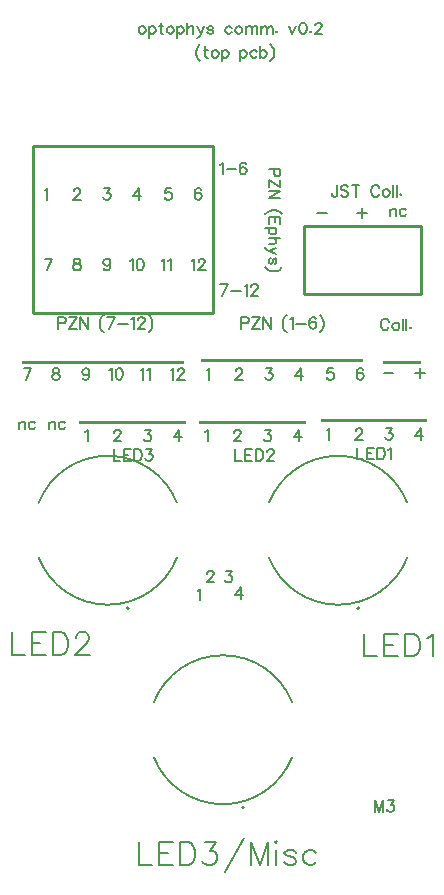
<source format=gto>
G04 Layer: TopSilkscreenLayer*
G04 EasyEDA v6.5.42, 2024-04-22 14:16:48*
G04 bdecda6f3f7540baa8991d5417232957,c115876feeed43bc8c79c948ea027e3a,10*
G04 Gerber Generator version 0.2*
G04 Scale: 100 percent, Rotated: No, Reflected: No *
G04 Dimensions in millimeters *
G04 leading zeros omitted , absolute positions ,4 integer and 5 decimal *
%FSLAX45Y45*%
%MOMM*%

%ADD10C,0.2032*%
%ADD11C,0.1999*%
%ADD12C,0.1270*%
%ADD13C,0.2540*%

%LPD*%
D10*
X3281301Y-1658112D02*
G01*
X3281301Y-1721865D01*
X3281301Y-1676400D02*
G01*
X3295017Y-1662684D01*
X3303907Y-1658112D01*
X3317623Y-1658112D01*
X3326767Y-1662684D01*
X3331339Y-1676400D01*
X3331339Y-1721865D01*
X3415921Y-1671828D02*
G01*
X3406777Y-1662684D01*
X3397633Y-1658112D01*
X3383917Y-1658112D01*
X3375027Y-1662684D01*
X3365883Y-1671828D01*
X3361311Y-1685289D01*
X3361311Y-1694434D01*
X3365883Y-1708150D01*
X3375027Y-1717294D01*
X3383917Y-1721865D01*
X3397633Y-1721865D01*
X3406777Y-1717294D01*
X3415921Y-1708150D01*
X2659001Y-1693418D02*
G01*
X2740789Y-1693418D01*
X3042795Y-1652523D02*
G01*
X3042795Y-1734565D01*
X3001901Y-1693418D02*
G01*
X3083689Y-1693418D01*
X2013965Y-4864862D02*
G01*
X1968500Y-4928362D01*
X2036572Y-4928362D01*
X2013965Y-4864862D02*
G01*
X2013965Y-4960365D01*
X1888743Y-4725162D02*
G01*
X1938781Y-4725162D01*
X1911350Y-4761484D01*
X1925065Y-4761484D01*
X1934209Y-4766055D01*
X1938781Y-4770628D01*
X1943354Y-4784089D01*
X1943354Y-4793234D01*
X1938781Y-4806950D01*
X1929638Y-4816094D01*
X1915922Y-4820665D01*
X1902206Y-4820665D01*
X1888743Y-4816094D01*
X1884172Y-4811521D01*
X1879600Y-4802378D01*
X1731772Y-4747768D02*
G01*
X1731772Y-4743195D01*
X1736343Y-4734305D01*
X1740915Y-4729734D01*
X1749806Y-4725162D01*
X1768093Y-4725162D01*
X1777238Y-4729734D01*
X1781809Y-4734305D01*
X1786381Y-4743195D01*
X1786381Y-4752339D01*
X1781809Y-4761484D01*
X1772665Y-4775200D01*
X1727200Y-4820665D01*
X1790954Y-4820665D01*
X1651000Y-4895595D02*
G01*
X1660143Y-4891023D01*
X1673606Y-4877562D01*
X1673606Y-4973065D01*
X1172463Y-115315D02*
G01*
X1163320Y-119887D01*
X1154175Y-129031D01*
X1149604Y-142747D01*
X1149604Y-151892D01*
X1154175Y-165354D01*
X1163320Y-174497D01*
X1172463Y-179070D01*
X1186179Y-179070D01*
X1195070Y-174497D01*
X1204213Y-165354D01*
X1208786Y-151892D01*
X1208786Y-142747D01*
X1204213Y-129031D01*
X1195070Y-119887D01*
X1186179Y-115315D01*
X1172463Y-115315D01*
X1238758Y-115315D02*
G01*
X1238758Y-210820D01*
X1238758Y-129031D02*
G01*
X1247902Y-119887D01*
X1257045Y-115315D01*
X1270508Y-115315D01*
X1279652Y-119887D01*
X1288795Y-129031D01*
X1293368Y-142747D01*
X1293368Y-151892D01*
X1288795Y-165354D01*
X1279652Y-174497D01*
X1270508Y-179070D01*
X1257045Y-179070D01*
X1247902Y-174497D01*
X1238758Y-165354D01*
X1337056Y-83565D02*
G01*
X1337056Y-160781D01*
X1341627Y-174497D01*
X1350518Y-179070D01*
X1359661Y-179070D01*
X1323340Y-115315D02*
G01*
X1355090Y-115315D01*
X1412493Y-115315D02*
G01*
X1403350Y-119887D01*
X1394206Y-129031D01*
X1389634Y-142747D01*
X1389634Y-151892D01*
X1394206Y-165354D01*
X1403350Y-174497D01*
X1412493Y-179070D01*
X1425956Y-179070D01*
X1435100Y-174497D01*
X1444243Y-165354D01*
X1448815Y-151892D01*
X1448815Y-142747D01*
X1444243Y-129031D01*
X1435100Y-119887D01*
X1425956Y-115315D01*
X1412493Y-115315D01*
X1478788Y-115315D02*
G01*
X1478788Y-210820D01*
X1478788Y-129031D02*
G01*
X1487931Y-119887D01*
X1497075Y-115315D01*
X1510538Y-115315D01*
X1519681Y-119887D01*
X1528825Y-129031D01*
X1533397Y-142747D01*
X1533397Y-151892D01*
X1528825Y-165354D01*
X1519681Y-174497D01*
X1510538Y-179070D01*
X1497075Y-179070D01*
X1487931Y-174497D01*
X1478788Y-165354D01*
X1563370Y-83565D02*
G01*
X1563370Y-179070D01*
X1563370Y-133604D02*
G01*
X1577086Y-119887D01*
X1585975Y-115315D01*
X1599691Y-115315D01*
X1608836Y-119887D01*
X1613408Y-133604D01*
X1613408Y-179070D01*
X1647952Y-115315D02*
G01*
X1675129Y-179070D01*
X1702308Y-115315D02*
G01*
X1675129Y-179070D01*
X1665986Y-197357D01*
X1657095Y-206247D01*
X1647952Y-210820D01*
X1643379Y-210820D01*
X1782318Y-129031D02*
G01*
X1778000Y-119887D01*
X1764284Y-115315D01*
X1750568Y-115315D01*
X1736852Y-119887D01*
X1732534Y-129031D01*
X1736852Y-138176D01*
X1745995Y-142747D01*
X1768856Y-147320D01*
X1778000Y-151892D01*
X1782318Y-160781D01*
X1782318Y-165354D01*
X1778000Y-174497D01*
X1764284Y-179070D01*
X1750568Y-179070D01*
X1736852Y-174497D01*
X1732534Y-165354D01*
X1937004Y-129031D02*
G01*
X1927859Y-119887D01*
X1918715Y-115315D01*
X1905254Y-115315D01*
X1896109Y-119887D01*
X1886965Y-129031D01*
X1882393Y-142747D01*
X1882393Y-151892D01*
X1886965Y-165354D01*
X1896109Y-174497D01*
X1905254Y-179070D01*
X1918715Y-179070D01*
X1927859Y-174497D01*
X1937004Y-165354D01*
X1989581Y-115315D02*
G01*
X1980691Y-119887D01*
X1971547Y-129031D01*
X1966975Y-142747D01*
X1966975Y-151892D01*
X1971547Y-165354D01*
X1980691Y-174497D01*
X1989581Y-179070D01*
X2003297Y-179070D01*
X2012441Y-174497D01*
X2021586Y-165354D01*
X2026158Y-151892D01*
X2026158Y-142747D01*
X2021586Y-129031D01*
X2012441Y-119887D01*
X2003297Y-115315D01*
X1989581Y-115315D01*
X2056129Y-115315D02*
G01*
X2056129Y-179070D01*
X2056129Y-133604D02*
G01*
X2069591Y-119887D01*
X2078736Y-115315D01*
X2092452Y-115315D01*
X2101595Y-119887D01*
X2106168Y-133604D01*
X2106168Y-179070D01*
X2106168Y-133604D02*
G01*
X2119629Y-119887D01*
X2128774Y-115315D01*
X2142490Y-115315D01*
X2151634Y-119887D01*
X2155952Y-133604D01*
X2155952Y-179070D01*
X2186177Y-115315D02*
G01*
X2186177Y-179070D01*
X2186177Y-133604D02*
G01*
X2199640Y-119887D01*
X2208784Y-115315D01*
X2222500Y-115315D01*
X2231643Y-119887D01*
X2235961Y-133604D01*
X2235961Y-179070D01*
X2235961Y-133604D02*
G01*
X2249677Y-119887D01*
X2258822Y-115315D01*
X2272538Y-115315D01*
X2281427Y-119887D01*
X2286000Y-133604D01*
X2286000Y-179070D01*
X2320543Y-156210D02*
G01*
X2315972Y-160781D01*
X2320543Y-165354D01*
X2325115Y-160781D01*
X2320543Y-156210D01*
X2425191Y-115315D02*
G01*
X2452370Y-179070D01*
X2479802Y-115315D02*
G01*
X2452370Y-179070D01*
X2536952Y-83565D02*
G01*
X2523236Y-88137D01*
X2514345Y-101854D01*
X2509774Y-124460D01*
X2509774Y-138176D01*
X2514345Y-160781D01*
X2523236Y-174497D01*
X2536952Y-179070D01*
X2546095Y-179070D01*
X2559811Y-174497D01*
X2568702Y-160781D01*
X2573274Y-138176D01*
X2573274Y-124460D01*
X2568702Y-101854D01*
X2559811Y-88137D01*
X2546095Y-83565D01*
X2536952Y-83565D01*
X2607818Y-156210D02*
G01*
X2603245Y-160781D01*
X2607818Y-165354D01*
X2612390Y-160781D01*
X2607818Y-156210D01*
X2646934Y-106426D02*
G01*
X2646934Y-101854D01*
X2651506Y-92710D01*
X2656077Y-88137D01*
X2665222Y-83565D01*
X2683256Y-83565D01*
X2692400Y-88137D01*
X2696972Y-92710D01*
X2701543Y-101854D01*
X2701543Y-110744D01*
X2696972Y-119887D01*
X2687827Y-133604D01*
X2642361Y-179070D01*
X2706115Y-179070D01*
X1671574Y-266954D02*
G01*
X1662429Y-276097D01*
X1653286Y-289813D01*
X1644141Y-307847D01*
X1639824Y-330707D01*
X1639824Y-348742D01*
X1644141Y-371602D01*
X1653286Y-389636D01*
X1662429Y-403352D01*
X1671574Y-412495D01*
X1715261Y-285242D02*
G01*
X1715261Y-362457D01*
X1719579Y-376173D01*
X1728724Y-380745D01*
X1737868Y-380745D01*
X1701545Y-316992D02*
G01*
X1733295Y-316992D01*
X1790700Y-316992D02*
G01*
X1781556Y-321563D01*
X1772411Y-330707D01*
X1767840Y-344170D01*
X1767840Y-353313D01*
X1772411Y-367029D01*
X1781556Y-376173D01*
X1790700Y-380745D01*
X1804161Y-380745D01*
X1813306Y-376173D01*
X1822450Y-367029D01*
X1827022Y-353313D01*
X1827022Y-344170D01*
X1822450Y-330707D01*
X1813306Y-321563D01*
X1804161Y-316992D01*
X1790700Y-316992D01*
X1856993Y-316992D02*
G01*
X1856993Y-412495D01*
X1856993Y-330707D02*
G01*
X1866138Y-321563D01*
X1875281Y-316992D01*
X1888743Y-316992D01*
X1897888Y-321563D01*
X1907031Y-330707D01*
X1911604Y-344170D01*
X1911604Y-353313D01*
X1907031Y-367029D01*
X1897888Y-376173D01*
X1888743Y-380745D01*
X1875281Y-380745D01*
X1866138Y-376173D01*
X1856993Y-367029D01*
X2011425Y-316992D02*
G01*
X2011425Y-412495D01*
X2011425Y-330707D02*
G01*
X2020570Y-321563D01*
X2029713Y-316992D01*
X2043429Y-316992D01*
X2052320Y-321563D01*
X2061463Y-330707D01*
X2066036Y-344170D01*
X2066036Y-353313D01*
X2061463Y-367029D01*
X2052320Y-376173D01*
X2043429Y-380745D01*
X2029713Y-380745D01*
X2020570Y-376173D01*
X2011425Y-367029D01*
X2150618Y-330707D02*
G01*
X2141474Y-321563D01*
X2132329Y-316992D01*
X2118868Y-316992D01*
X2109724Y-321563D01*
X2100579Y-330707D01*
X2096008Y-344170D01*
X2096008Y-353313D01*
X2100579Y-367029D01*
X2109724Y-376173D01*
X2118868Y-380745D01*
X2132329Y-380745D01*
X2141474Y-376173D01*
X2150618Y-367029D01*
X2180590Y-285242D02*
G01*
X2180590Y-380745D01*
X2180590Y-330707D02*
G01*
X2189734Y-321563D01*
X2198877Y-316992D01*
X2212340Y-316992D01*
X2221484Y-321563D01*
X2230627Y-330707D01*
X2235200Y-344170D01*
X2235200Y-353313D01*
X2230627Y-367029D01*
X2221484Y-376173D01*
X2212340Y-380745D01*
X2198877Y-380745D01*
X2189734Y-376173D01*
X2180590Y-367029D01*
X2265172Y-266954D02*
G01*
X2274315Y-276097D01*
X2283459Y-289813D01*
X2292350Y-307847D01*
X2296922Y-330707D01*
X2296922Y-348742D01*
X2292350Y-371602D01*
X2283459Y-389636D01*
X2274315Y-403352D01*
X2265172Y-412495D01*
X2831467Y-1461262D02*
G01*
X2831467Y-1533905D01*
X2826895Y-1547621D01*
X2822323Y-1552194D01*
X2813179Y-1556765D01*
X2804289Y-1556765D01*
X2795145Y-1552194D01*
X2790573Y-1547621D01*
X2786001Y-1533905D01*
X2786001Y-1524762D01*
X2925193Y-1474723D02*
G01*
X2916049Y-1465834D01*
X2902333Y-1461262D01*
X2884299Y-1461262D01*
X2870583Y-1465834D01*
X2861439Y-1474723D01*
X2861439Y-1483868D01*
X2866011Y-1493012D01*
X2870583Y-1497584D01*
X2879727Y-1502155D01*
X2906905Y-1511300D01*
X2916049Y-1515618D01*
X2920621Y-1520189D01*
X2925193Y-1529334D01*
X2925193Y-1543050D01*
X2916049Y-1552194D01*
X2902333Y-1556765D01*
X2884299Y-1556765D01*
X2870583Y-1552194D01*
X2861439Y-1543050D01*
X2986915Y-1461262D02*
G01*
X2986915Y-1556765D01*
X2955165Y-1461262D02*
G01*
X3018665Y-1461262D01*
X3186813Y-1483868D02*
G01*
X3182241Y-1474723D01*
X3173351Y-1465834D01*
X3164207Y-1461262D01*
X3145919Y-1461262D01*
X3137029Y-1465834D01*
X3127885Y-1474723D01*
X3123313Y-1483868D01*
X3118741Y-1497584D01*
X3118741Y-1520189D01*
X3123313Y-1533905D01*
X3127885Y-1543050D01*
X3137029Y-1552194D01*
X3145919Y-1556765D01*
X3164207Y-1556765D01*
X3173351Y-1552194D01*
X3182241Y-1543050D01*
X3186813Y-1533905D01*
X3239645Y-1493012D02*
G01*
X3230501Y-1497584D01*
X3221357Y-1506728D01*
X3216785Y-1520189D01*
X3216785Y-1529334D01*
X3221357Y-1543050D01*
X3230501Y-1552194D01*
X3239645Y-1556765D01*
X3253361Y-1556765D01*
X3262251Y-1552194D01*
X3271395Y-1543050D01*
X3275967Y-1529334D01*
X3275967Y-1520189D01*
X3271395Y-1506728D01*
X3262251Y-1497584D01*
X3253361Y-1493012D01*
X3239645Y-1493012D01*
X3305939Y-1461262D02*
G01*
X3305939Y-1556765D01*
X3335911Y-1461262D02*
G01*
X3335911Y-1556765D01*
X3370455Y-1533905D02*
G01*
X3365883Y-1538478D01*
X3370455Y-1543050D01*
X3375027Y-1538478D01*
X3370455Y-1533905D01*
X3060700Y-5259070D02*
G01*
X3060700Y-5450078D01*
X3060700Y-5450078D02*
G01*
X3169665Y-5450078D01*
X3229863Y-5259070D02*
G01*
X3229863Y-5450078D01*
X3229863Y-5259070D02*
G01*
X3347974Y-5259070D01*
X3229863Y-5350002D02*
G01*
X3302508Y-5350002D01*
X3229863Y-5450078D02*
G01*
X3347974Y-5450078D01*
X3407918Y-5259070D02*
G01*
X3407918Y-5450078D01*
X3407918Y-5259070D02*
G01*
X3471672Y-5259070D01*
X3498850Y-5268213D01*
X3517138Y-5286502D01*
X3526027Y-5304536D01*
X3535172Y-5331968D01*
X3535172Y-5377434D01*
X3526027Y-5404612D01*
X3517138Y-5422900D01*
X3498850Y-5440934D01*
X3471672Y-5450078D01*
X3407918Y-5450078D01*
X3595370Y-5295645D02*
G01*
X3613404Y-5286502D01*
X3640581Y-5259070D01*
X3640581Y-5450078D01*
X76200Y-5246370D02*
G01*
X76200Y-5437378D01*
X76200Y-5437378D02*
G01*
X185165Y-5437378D01*
X245363Y-5246370D02*
G01*
X245363Y-5437378D01*
X245363Y-5246370D02*
G01*
X363473Y-5246370D01*
X245363Y-5337302D02*
G01*
X318007Y-5337302D01*
X245363Y-5437378D02*
G01*
X363473Y-5437378D01*
X423418Y-5246370D02*
G01*
X423418Y-5437378D01*
X423418Y-5246370D02*
G01*
X487171Y-5246370D01*
X514350Y-5255513D01*
X532637Y-5273802D01*
X541528Y-5291836D01*
X550671Y-5319268D01*
X550671Y-5364734D01*
X541528Y-5391912D01*
X532637Y-5410200D01*
X514350Y-5428234D01*
X487171Y-5437378D01*
X423418Y-5437378D01*
X619760Y-5291836D02*
G01*
X619760Y-5282945D01*
X628904Y-5264657D01*
X638047Y-5255513D01*
X656081Y-5246370D01*
X692658Y-5246370D01*
X710691Y-5255513D01*
X719836Y-5264657D01*
X728979Y-5282945D01*
X728979Y-5300979D01*
X719836Y-5319268D01*
X701547Y-5346445D01*
X610870Y-5437378D01*
X738124Y-5437378D01*
X1155700Y-7024370D02*
G01*
X1155700Y-7215378D01*
X1155700Y-7215378D02*
G01*
X1264665Y-7215378D01*
X1324863Y-7024370D02*
G01*
X1324863Y-7215378D01*
X1324863Y-7024370D02*
G01*
X1442974Y-7024370D01*
X1324863Y-7115302D02*
G01*
X1397508Y-7115302D01*
X1324863Y-7215378D02*
G01*
X1442974Y-7215378D01*
X1502918Y-7024370D02*
G01*
X1502918Y-7215378D01*
X1502918Y-7024370D02*
G01*
X1566672Y-7024370D01*
X1593850Y-7033513D01*
X1612138Y-7051802D01*
X1621027Y-7069836D01*
X1630172Y-7097268D01*
X1630172Y-7142734D01*
X1621027Y-7169912D01*
X1612138Y-7188200D01*
X1593850Y-7206234D01*
X1566672Y-7215378D01*
X1502918Y-7215378D01*
X1708404Y-7024370D02*
G01*
X1808479Y-7024370D01*
X1753870Y-7097268D01*
X1781047Y-7097268D01*
X1799336Y-7106412D01*
X1808479Y-7115302D01*
X1817624Y-7142734D01*
X1817624Y-7160768D01*
X1808479Y-7188200D01*
X1790191Y-7206234D01*
X1763013Y-7215378D01*
X1735581Y-7215378D01*
X1708404Y-7206234D01*
X1699259Y-7197089D01*
X1690370Y-7179055D01*
X2041143Y-6988047D02*
G01*
X1877568Y-7279131D01*
X2101088Y-7024370D02*
G01*
X2101088Y-7215378D01*
X2101088Y-7024370D02*
G01*
X2173986Y-7215378D01*
X2246629Y-7024370D02*
G01*
X2173986Y-7215378D01*
X2246629Y-7024370D02*
G01*
X2246629Y-7215378D01*
X2306574Y-7024370D02*
G01*
X2315718Y-7033513D01*
X2324861Y-7024370D01*
X2315718Y-7015479D01*
X2306574Y-7024370D01*
X2315718Y-7088123D02*
G01*
X2315718Y-7215378D01*
X2484881Y-7115302D02*
G01*
X2475738Y-7097268D01*
X2448306Y-7088123D01*
X2421127Y-7088123D01*
X2393950Y-7097268D01*
X2384806Y-7115302D01*
X2393950Y-7133589D01*
X2411984Y-7142734D01*
X2457450Y-7151878D01*
X2475738Y-7160768D01*
X2484881Y-7179055D01*
X2484881Y-7188200D01*
X2475738Y-7206234D01*
X2448306Y-7215378D01*
X2421127Y-7215378D01*
X2393950Y-7206234D01*
X2384806Y-7188200D01*
X2653791Y-7115302D02*
G01*
X2635758Y-7097268D01*
X2617470Y-7088123D01*
X2590291Y-7088123D01*
X2572004Y-7097268D01*
X2553970Y-7115302D01*
X2544825Y-7142734D01*
X2544825Y-7160768D01*
X2553970Y-7188200D01*
X2572004Y-7206234D01*
X2590291Y-7215378D01*
X2617470Y-7215378D01*
X2635758Y-7206234D01*
X2653791Y-7188200D01*
X2348738Y-1320800D02*
G01*
X2253234Y-1320800D01*
X2348738Y-1320800D02*
G01*
X2348738Y-1361694D01*
X2344165Y-1375410D01*
X2339593Y-1379981D01*
X2330704Y-1384554D01*
X2316988Y-1384554D01*
X2307843Y-1379981D01*
X2303272Y-1375410D01*
X2298700Y-1361694D01*
X2298700Y-1320800D01*
X2348738Y-1478026D02*
G01*
X2253234Y-1414526D01*
X2348738Y-1414526D02*
G01*
X2348738Y-1478026D01*
X2253234Y-1414526D02*
G01*
X2253234Y-1478026D01*
X2348738Y-1507997D02*
G01*
X2253234Y-1507997D01*
X2348738Y-1507997D02*
G01*
X2253234Y-1571752D01*
X2348738Y-1571752D02*
G01*
X2253234Y-1571752D01*
X2367025Y-1703578D02*
G01*
X2357881Y-1694434D01*
X2344165Y-1685289D01*
X2326131Y-1676145D01*
X2303272Y-1671828D01*
X2285238Y-1671828D01*
X2262377Y-1676145D01*
X2244343Y-1685289D01*
X2230627Y-1694434D01*
X2221484Y-1703578D01*
X2348738Y-1733550D02*
G01*
X2253234Y-1733550D01*
X2348738Y-1733550D02*
G01*
X2348738Y-1792731D01*
X2303272Y-1733550D02*
G01*
X2303272Y-1769871D01*
X2253234Y-1733550D02*
G01*
X2253234Y-1792731D01*
X2316988Y-1822704D02*
G01*
X2221484Y-1822704D01*
X2303272Y-1822704D02*
G01*
X2312415Y-1831594D01*
X2316988Y-1840737D01*
X2316988Y-1854454D01*
X2312415Y-1863597D01*
X2303272Y-1872742D01*
X2289809Y-1877060D01*
X2280665Y-1877060D01*
X2266950Y-1872742D01*
X2257806Y-1863597D01*
X2253234Y-1854454D01*
X2253234Y-1840737D01*
X2257806Y-1831594D01*
X2266950Y-1822704D01*
X2348738Y-1907286D02*
G01*
X2253234Y-1907286D01*
X2298700Y-1907286D02*
G01*
X2312415Y-1920747D01*
X2316988Y-1929892D01*
X2316988Y-1943607D01*
X2312415Y-1952497D01*
X2298700Y-1957070D01*
X2253234Y-1957070D01*
X2316988Y-1991613D02*
G01*
X2253234Y-2019045D01*
X2316988Y-2046223D02*
G01*
X2253234Y-2019045D01*
X2235200Y-2009902D01*
X2226056Y-2000757D01*
X2221484Y-1991613D01*
X2221484Y-1987042D01*
X2303272Y-2126234D02*
G01*
X2312415Y-2121662D01*
X2316988Y-2107945D01*
X2316988Y-2094484D01*
X2312415Y-2080768D01*
X2303272Y-2076195D01*
X2294381Y-2080768D01*
X2289809Y-2089912D01*
X2285238Y-2112518D01*
X2280665Y-2121662D01*
X2271522Y-2126234D01*
X2266950Y-2126234D01*
X2257806Y-2121662D01*
X2253234Y-2107945D01*
X2253234Y-2094484D01*
X2257806Y-2080768D01*
X2266950Y-2076195D01*
X2367025Y-2156205D02*
G01*
X2357881Y-2165350D01*
X2344165Y-2174494D01*
X2326131Y-2183637D01*
X2303272Y-2187955D01*
X2285238Y-2187955D01*
X2262377Y-2183637D01*
X2244343Y-2174494D01*
X2230627Y-2165350D01*
X2221484Y-2156205D01*
X1841500Y-1288795D02*
G01*
X1850643Y-1284223D01*
X1864106Y-1270762D01*
X1864106Y-1366265D01*
X1894331Y-1325118D02*
G01*
X1976120Y-1325118D01*
X2060702Y-1284223D02*
G01*
X2056129Y-1275334D01*
X2042413Y-1270762D01*
X2033270Y-1270762D01*
X2019808Y-1275334D01*
X2010663Y-1288795D01*
X2006091Y-1311655D01*
X2006091Y-1334262D01*
X2010663Y-1352550D01*
X2019808Y-1361694D01*
X2033270Y-1366265D01*
X2037841Y-1366265D01*
X2051558Y-1361694D01*
X2060702Y-1352550D01*
X2065020Y-1338834D01*
X2065020Y-1334262D01*
X2060702Y-1320800D01*
X2051558Y-1311655D01*
X2037841Y-1307084D01*
X2033270Y-1307084D01*
X2019808Y-1311655D01*
X2010663Y-1320800D01*
X2006091Y-1334262D01*
X1905254Y-2299462D02*
G01*
X1859788Y-2394965D01*
X1841500Y-2299462D02*
G01*
X1905254Y-2299462D01*
X1935225Y-2353818D02*
G01*
X2017013Y-2353818D01*
X2046986Y-2317495D02*
G01*
X2056129Y-2312923D01*
X2069591Y-2299462D01*
X2069591Y-2394965D01*
X2104136Y-2322068D02*
G01*
X2104136Y-2317495D01*
X2108708Y-2308605D01*
X2113279Y-2304034D01*
X2122424Y-2299462D01*
X2140711Y-2299462D01*
X2149602Y-2304034D01*
X2154174Y-2308605D01*
X2158745Y-2317495D01*
X2158745Y-2326639D01*
X2154174Y-2335784D01*
X2145029Y-2349500D01*
X2099563Y-2394965D01*
X2163318Y-2394965D01*
X355600Y-1504695D02*
G01*
X364744Y-1500123D01*
X378205Y-1486662D01*
X378205Y-1582165D01*
X601471Y-1509268D02*
G01*
X601471Y-1504695D01*
X606044Y-1495805D01*
X610615Y-1491234D01*
X619505Y-1486662D01*
X637794Y-1486662D01*
X646937Y-1491234D01*
X651510Y-1495805D01*
X656081Y-1504695D01*
X656081Y-1513839D01*
X651510Y-1522984D01*
X642365Y-1536700D01*
X596900Y-1582165D01*
X660654Y-1582165D01*
X860043Y-1486662D02*
G01*
X910081Y-1486662D01*
X882650Y-1522984D01*
X896365Y-1522984D01*
X905509Y-1527555D01*
X910081Y-1532128D01*
X914654Y-1545589D01*
X914654Y-1554734D01*
X910081Y-1568450D01*
X900938Y-1577594D01*
X887222Y-1582165D01*
X873506Y-1582165D01*
X860043Y-1577594D01*
X855472Y-1573021D01*
X850900Y-1563878D01*
X1150365Y-1486662D02*
G01*
X1104900Y-1550162D01*
X1172972Y-1550162D01*
X1150365Y-1486662D02*
G01*
X1150365Y-1582165D01*
X1426159Y-1486712D02*
G01*
X1380693Y-1486712D01*
X1376121Y-1527606D01*
X1380693Y-1523034D01*
X1394409Y-1518462D01*
X1407871Y-1518462D01*
X1421587Y-1523034D01*
X1430731Y-1531924D01*
X1435303Y-1545640D01*
X1435303Y-1554784D01*
X1430731Y-1568500D01*
X1421587Y-1577390D01*
X1407871Y-1581962D01*
X1394409Y-1581962D01*
X1380693Y-1577390D01*
X1376121Y-1573072D01*
X1371549Y-1563928D01*
X1680159Y-1500174D02*
G01*
X1675587Y-1491030D01*
X1661871Y-1486712D01*
X1652981Y-1486712D01*
X1639265Y-1491030D01*
X1630121Y-1504746D01*
X1625549Y-1527606D01*
X1625549Y-1550212D01*
X1630121Y-1568500D01*
X1639265Y-1577390D01*
X1652981Y-1581962D01*
X1657299Y-1581962D01*
X1671015Y-1577390D01*
X1680159Y-1568500D01*
X1684731Y-1554784D01*
X1684731Y-1550212D01*
X1680159Y-1536496D01*
X1671015Y-1527606D01*
X1657299Y-1523034D01*
X1652981Y-1523034D01*
X1639265Y-1527606D01*
X1630121Y-1536496D01*
X1625549Y-1550212D01*
X419354Y-2083562D02*
G01*
X373887Y-2179065D01*
X355600Y-2083562D02*
G01*
X419354Y-2083562D01*
X619505Y-2083562D02*
G01*
X606044Y-2088134D01*
X601471Y-2097023D01*
X601471Y-2106168D01*
X606044Y-2115312D01*
X615187Y-2119884D01*
X633221Y-2124455D01*
X646937Y-2129028D01*
X656081Y-2137918D01*
X660654Y-2147062D01*
X660654Y-2160778D01*
X656081Y-2169921D01*
X651510Y-2174494D01*
X637794Y-2179065D01*
X619505Y-2179065D01*
X606044Y-2174494D01*
X601471Y-2169921D01*
X596900Y-2160778D01*
X596900Y-2147062D01*
X601471Y-2137918D01*
X610615Y-2129028D01*
X624078Y-2124455D01*
X642365Y-2119884D01*
X651510Y-2115312D01*
X656081Y-2106168D01*
X656081Y-2097023D01*
X651510Y-2088134D01*
X637794Y-2083562D01*
X619505Y-2083562D01*
X910081Y-2115312D02*
G01*
X905509Y-2129028D01*
X896365Y-2137918D01*
X882650Y-2142489D01*
X878077Y-2142489D01*
X864615Y-2137918D01*
X855472Y-2129028D01*
X850900Y-2115312D01*
X850900Y-2110739D01*
X855472Y-2097023D01*
X864615Y-2088134D01*
X878077Y-2083562D01*
X882650Y-2083562D01*
X896365Y-2088134D01*
X905509Y-2097023D01*
X910081Y-2115312D01*
X910081Y-2137918D01*
X905509Y-2160778D01*
X896365Y-2174494D01*
X882650Y-2179065D01*
X873506Y-2179065D01*
X860043Y-2174494D01*
X855472Y-2165350D01*
X1079500Y-2101595D02*
G01*
X1088643Y-2097023D01*
X1102106Y-2083562D01*
X1102106Y-2179065D01*
X1159509Y-2083562D02*
G01*
X1145793Y-2088134D01*
X1136650Y-2101595D01*
X1132331Y-2124455D01*
X1132331Y-2137918D01*
X1136650Y-2160778D01*
X1145793Y-2174494D01*
X1159509Y-2179065D01*
X1168654Y-2179065D01*
X1182115Y-2174494D01*
X1191259Y-2160778D01*
X1195831Y-2137918D01*
X1195831Y-2124455D01*
X1191259Y-2101595D01*
X1182115Y-2088134D01*
X1168654Y-2083562D01*
X1159509Y-2083562D01*
X1346200Y-2101595D02*
G01*
X1355343Y-2097023D01*
X1368806Y-2083562D01*
X1368806Y-2179065D01*
X1399031Y-2101595D02*
G01*
X1407922Y-2097023D01*
X1421638Y-2083562D01*
X1421638Y-2179065D01*
X1600200Y-2101595D02*
G01*
X1609343Y-2097023D01*
X1622806Y-2083562D01*
X1622806Y-2179065D01*
X1657350Y-2106168D02*
G01*
X1657350Y-2101595D01*
X1661922Y-2092705D01*
X1666493Y-2088134D01*
X1675638Y-2083562D01*
X1693925Y-2083562D01*
X1702815Y-2088134D01*
X1707388Y-2092705D01*
X1711959Y-2101595D01*
X1711959Y-2110739D01*
X1707388Y-2119884D01*
X1698497Y-2133600D01*
X1653031Y-2179065D01*
X1716531Y-2179065D01*
X3533396Y-3011423D02*
G01*
X3533396Y-3093465D01*
X3492502Y-3052318D02*
G01*
X3574290Y-3052318D01*
X3225802Y-3052318D02*
G01*
X3307590Y-3052318D01*
X1727200Y-3028695D02*
G01*
X1736343Y-3024123D01*
X1749806Y-3010662D01*
X1749806Y-3106165D01*
X1973072Y-3033268D02*
G01*
X1973072Y-3028695D01*
X1977643Y-3019805D01*
X1982215Y-3015234D01*
X1991106Y-3010662D01*
X2009393Y-3010662D01*
X2018538Y-3015234D01*
X2023109Y-3019805D01*
X2027681Y-3028695D01*
X2027681Y-3037839D01*
X2023109Y-3046984D01*
X2013965Y-3060700D01*
X1968500Y-3106165D01*
X2032254Y-3106165D01*
X2231643Y-3010662D02*
G01*
X2281681Y-3010662D01*
X2254250Y-3046984D01*
X2267965Y-3046984D01*
X2277109Y-3051555D01*
X2281681Y-3056128D01*
X2286254Y-3069589D01*
X2286254Y-3078734D01*
X2281681Y-3092450D01*
X2272538Y-3101594D01*
X2258822Y-3106165D01*
X2245106Y-3106165D01*
X2231643Y-3101594D01*
X2227072Y-3097021D01*
X2222500Y-3087878D01*
X2521965Y-3010662D02*
G01*
X2476500Y-3074162D01*
X2544572Y-3074162D01*
X2521965Y-3010662D02*
G01*
X2521965Y-3106165D01*
X2797759Y-3010712D02*
G01*
X2752293Y-3010712D01*
X2747721Y-3051606D01*
X2752293Y-3047034D01*
X2766009Y-3042462D01*
X2779471Y-3042462D01*
X2793187Y-3047034D01*
X2802331Y-3055924D01*
X2806903Y-3069640D01*
X2806903Y-3078784D01*
X2802331Y-3092500D01*
X2793187Y-3101390D01*
X2779471Y-3105962D01*
X2766009Y-3105962D01*
X2752293Y-3101390D01*
X2747721Y-3097072D01*
X2743149Y-3087928D01*
X3051759Y-3024174D02*
G01*
X3047187Y-3015030D01*
X3033471Y-3010712D01*
X3024581Y-3010712D01*
X3010865Y-3015030D01*
X3001721Y-3028746D01*
X2997149Y-3051606D01*
X2997149Y-3074212D01*
X3001721Y-3092500D01*
X3010865Y-3101390D01*
X3024581Y-3105962D01*
X3028899Y-3105962D01*
X3042615Y-3101390D01*
X3051759Y-3092500D01*
X3056331Y-3078784D01*
X3056331Y-3074212D01*
X3051759Y-3060496D01*
X3042615Y-3051606D01*
X3028899Y-3047034D01*
X3024581Y-3047034D01*
X3010865Y-3051606D01*
X3001721Y-3060496D01*
X2997149Y-3074212D01*
X241554Y-3010662D02*
G01*
X196087Y-3106165D01*
X177800Y-3010662D02*
G01*
X241554Y-3010662D01*
X441705Y-3010662D02*
G01*
X428244Y-3015234D01*
X423671Y-3024123D01*
X423671Y-3033268D01*
X428244Y-3042412D01*
X437387Y-3046984D01*
X455421Y-3051555D01*
X469137Y-3056128D01*
X478281Y-3065018D01*
X482854Y-3074162D01*
X482854Y-3087878D01*
X478281Y-3097021D01*
X473710Y-3101594D01*
X459994Y-3106165D01*
X441705Y-3106165D01*
X428244Y-3101594D01*
X423671Y-3097021D01*
X419100Y-3087878D01*
X419100Y-3074162D01*
X423671Y-3065018D01*
X432815Y-3056128D01*
X446278Y-3051555D01*
X464565Y-3046984D01*
X473710Y-3042412D01*
X478281Y-3033268D01*
X478281Y-3024123D01*
X473710Y-3015234D01*
X459994Y-3010662D01*
X441705Y-3010662D01*
X732281Y-3042412D02*
G01*
X727709Y-3056128D01*
X718565Y-3065018D01*
X704850Y-3069589D01*
X700277Y-3069589D01*
X686815Y-3065018D01*
X677672Y-3056128D01*
X673100Y-3042412D01*
X673100Y-3037839D01*
X677672Y-3024123D01*
X686815Y-3015234D01*
X700277Y-3010662D01*
X704850Y-3010662D01*
X718565Y-3015234D01*
X727709Y-3024123D01*
X732281Y-3042412D01*
X732281Y-3065018D01*
X727709Y-3087878D01*
X718565Y-3101594D01*
X704850Y-3106165D01*
X695706Y-3106165D01*
X682243Y-3101594D01*
X677672Y-3092450D01*
X901700Y-3028695D02*
G01*
X910843Y-3024123D01*
X924306Y-3010662D01*
X924306Y-3106165D01*
X981709Y-3010662D02*
G01*
X967993Y-3015234D01*
X958850Y-3028695D01*
X954531Y-3051555D01*
X954531Y-3065018D01*
X958850Y-3087878D01*
X967993Y-3101594D01*
X981709Y-3106165D01*
X990854Y-3106165D01*
X1004315Y-3101594D01*
X1013459Y-3087878D01*
X1018031Y-3065018D01*
X1018031Y-3051555D01*
X1013459Y-3028695D01*
X1004315Y-3015234D01*
X990854Y-3010662D01*
X981709Y-3010662D01*
X1168400Y-3028695D02*
G01*
X1177543Y-3024123D01*
X1191006Y-3010662D01*
X1191006Y-3106165D01*
X1221231Y-3028695D02*
G01*
X1230122Y-3024123D01*
X1243838Y-3010662D01*
X1243838Y-3106165D01*
X1422400Y-3028695D02*
G01*
X1431543Y-3024123D01*
X1445006Y-3010662D01*
X1445006Y-3106165D01*
X1479550Y-3033268D02*
G01*
X1479550Y-3028695D01*
X1484122Y-3019805D01*
X1488693Y-3015234D01*
X1497838Y-3010662D01*
X1516125Y-3010662D01*
X1525015Y-3015234D01*
X1529588Y-3019805D01*
X1534159Y-3028695D01*
X1534159Y-3037839D01*
X1529588Y-3046984D01*
X1520697Y-3060700D01*
X1475231Y-3106165D01*
X1538731Y-3106165D01*
X2019300Y-2578862D02*
G01*
X2019300Y-2674365D01*
X2019300Y-2578862D02*
G01*
X2060193Y-2578862D01*
X2073909Y-2583434D01*
X2078481Y-2588005D01*
X2083054Y-2596895D01*
X2083054Y-2610612D01*
X2078481Y-2619755D01*
X2073909Y-2624328D01*
X2060193Y-2628900D01*
X2019300Y-2628900D01*
X2176525Y-2578862D02*
G01*
X2113025Y-2674365D01*
X2113025Y-2578862D02*
G01*
X2176525Y-2578862D01*
X2113025Y-2674365D02*
G01*
X2176525Y-2674365D01*
X2206497Y-2578862D02*
G01*
X2206497Y-2674365D01*
X2206497Y-2578862D02*
G01*
X2270252Y-2674365D01*
X2270252Y-2578862D02*
G01*
X2270252Y-2674365D01*
X2402077Y-2560573D02*
G01*
X2392934Y-2569718D01*
X2383790Y-2583434D01*
X2374645Y-2601468D01*
X2370327Y-2624328D01*
X2370327Y-2642362D01*
X2374645Y-2665221D01*
X2383790Y-2683255D01*
X2392934Y-2696971D01*
X2402077Y-2706115D01*
X2432050Y-2596895D02*
G01*
X2441193Y-2592323D01*
X2454656Y-2578862D01*
X2454656Y-2674365D01*
X2484627Y-2633218D02*
G01*
X2566670Y-2633218D01*
X2650997Y-2592323D02*
G01*
X2646679Y-2583434D01*
X2632963Y-2578862D01*
X2623820Y-2578862D01*
X2610104Y-2583434D01*
X2601213Y-2596895D01*
X2596641Y-2619755D01*
X2596641Y-2642362D01*
X2601213Y-2660650D01*
X2610104Y-2669794D01*
X2623820Y-2674365D01*
X2628391Y-2674365D01*
X2642108Y-2669794D01*
X2650997Y-2660650D01*
X2655570Y-2646934D01*
X2655570Y-2642362D01*
X2650997Y-2628900D01*
X2642108Y-2619755D01*
X2628391Y-2615184D01*
X2623820Y-2615184D01*
X2610104Y-2619755D01*
X2601213Y-2628900D01*
X2596641Y-2642362D01*
X2685541Y-2560573D02*
G01*
X2694686Y-2569718D01*
X2703829Y-2583434D01*
X2712974Y-2601468D01*
X2717545Y-2624328D01*
X2717545Y-2642362D01*
X2712974Y-2665221D01*
X2703829Y-2683255D01*
X2694686Y-2696971D01*
X2685541Y-2706115D01*
X698500Y-3549395D02*
G01*
X707643Y-3544823D01*
X721106Y-3531362D01*
X721106Y-3626865D01*
X944372Y-3553968D02*
G01*
X944372Y-3549395D01*
X948943Y-3540505D01*
X953515Y-3535934D01*
X962406Y-3531362D01*
X980693Y-3531362D01*
X989838Y-3535934D01*
X994409Y-3540505D01*
X998981Y-3549395D01*
X998981Y-3558539D01*
X994409Y-3567684D01*
X985265Y-3581400D01*
X939800Y-3626865D01*
X1003554Y-3626865D01*
X1202943Y-3531362D02*
G01*
X1252981Y-3531362D01*
X1225550Y-3567684D01*
X1239265Y-3567684D01*
X1248409Y-3572255D01*
X1252981Y-3576828D01*
X1257554Y-3590289D01*
X1257554Y-3599434D01*
X1252981Y-3613150D01*
X1243838Y-3622294D01*
X1230122Y-3626865D01*
X1216406Y-3626865D01*
X1202943Y-3622294D01*
X1198372Y-3617721D01*
X1193800Y-3608578D01*
X1493265Y-3531362D02*
G01*
X1447800Y-3594862D01*
X1515872Y-3594862D01*
X1493265Y-3531362D02*
G01*
X1493265Y-3626865D01*
X1714500Y-3549395D02*
G01*
X1723643Y-3544823D01*
X1737106Y-3531362D01*
X1737106Y-3626865D01*
X1960372Y-3553968D02*
G01*
X1960372Y-3549395D01*
X1964943Y-3540505D01*
X1969515Y-3535934D01*
X1978406Y-3531362D01*
X1996693Y-3531362D01*
X2005838Y-3535934D01*
X2010409Y-3540505D01*
X2014981Y-3549395D01*
X2014981Y-3558539D01*
X2010409Y-3567684D01*
X2001265Y-3581400D01*
X1955800Y-3626865D01*
X2019554Y-3626865D01*
X2218943Y-3531362D02*
G01*
X2268981Y-3531362D01*
X2241550Y-3567684D01*
X2255265Y-3567684D01*
X2264409Y-3572255D01*
X2268981Y-3576828D01*
X2273554Y-3590289D01*
X2273554Y-3599434D01*
X2268981Y-3613150D01*
X2259838Y-3622294D01*
X2246122Y-3626865D01*
X2232406Y-3626865D01*
X2218943Y-3622294D01*
X2214372Y-3617721D01*
X2209800Y-3608578D01*
X2509265Y-3531362D02*
G01*
X2463800Y-3594862D01*
X2531872Y-3594862D01*
X2509265Y-3531362D02*
G01*
X2509265Y-3626865D01*
X2743200Y-3536695D02*
G01*
X2752343Y-3532123D01*
X2765806Y-3518662D01*
X2765806Y-3614165D01*
X2989072Y-3541268D02*
G01*
X2989072Y-3536695D01*
X2993643Y-3527805D01*
X2998215Y-3523234D01*
X3007106Y-3518662D01*
X3025393Y-3518662D01*
X3034538Y-3523234D01*
X3039109Y-3527805D01*
X3043681Y-3536695D01*
X3043681Y-3545839D01*
X3039109Y-3554984D01*
X3029965Y-3568700D01*
X2984500Y-3614165D01*
X3048254Y-3614165D01*
X3247643Y-3518662D02*
G01*
X3297681Y-3518662D01*
X3270250Y-3554984D01*
X3283965Y-3554984D01*
X3293109Y-3559555D01*
X3297681Y-3564128D01*
X3302254Y-3577589D01*
X3302254Y-3586734D01*
X3297681Y-3600450D01*
X3288538Y-3609594D01*
X3274822Y-3614165D01*
X3261106Y-3614165D01*
X3247643Y-3609594D01*
X3243072Y-3605021D01*
X3238500Y-3595878D01*
X3537965Y-3518662D02*
G01*
X3492500Y-3582162D01*
X3560572Y-3582162D01*
X3537965Y-3518662D02*
G01*
X3537965Y-3614165D01*
X2997200Y-3683762D02*
G01*
X2997200Y-3779265D01*
X2997200Y-3779265D02*
G01*
X3051809Y-3779265D01*
X3081781Y-3683762D02*
G01*
X3081781Y-3779265D01*
X3081781Y-3683762D02*
G01*
X3140709Y-3683762D01*
X3081781Y-3729228D02*
G01*
X3118104Y-3729228D01*
X3081781Y-3779265D02*
G01*
X3140709Y-3779265D01*
X3170936Y-3683762D02*
G01*
X3170936Y-3779265D01*
X3170936Y-3683762D02*
G01*
X3202686Y-3683762D01*
X3216402Y-3688334D01*
X3225291Y-3697223D01*
X3229863Y-3706368D01*
X3234436Y-3720084D01*
X3234436Y-3742689D01*
X3229863Y-3756405D01*
X3225291Y-3765550D01*
X3216402Y-3774694D01*
X3202686Y-3779265D01*
X3170936Y-3779265D01*
X3264408Y-3701795D02*
G01*
X3273552Y-3697223D01*
X3287268Y-3683762D01*
X3287268Y-3779265D01*
X1968500Y-3696462D02*
G01*
X1968500Y-3791965D01*
X1968500Y-3791965D02*
G01*
X2023109Y-3791965D01*
X2053081Y-3696462D02*
G01*
X2053081Y-3791965D01*
X2053081Y-3696462D02*
G01*
X2112009Y-3696462D01*
X2053081Y-3741928D02*
G01*
X2089404Y-3741928D01*
X2053081Y-3791965D02*
G01*
X2112009Y-3791965D01*
X2142236Y-3696462D02*
G01*
X2142236Y-3791965D01*
X2142236Y-3696462D02*
G01*
X2173986Y-3696462D01*
X2187702Y-3701034D01*
X2196591Y-3709923D01*
X2201163Y-3719068D01*
X2205736Y-3732784D01*
X2205736Y-3755389D01*
X2201163Y-3769105D01*
X2196591Y-3778250D01*
X2187702Y-3787394D01*
X2173986Y-3791965D01*
X2142236Y-3791965D01*
X2240279Y-3719068D02*
G01*
X2240279Y-3714495D01*
X2244852Y-3705605D01*
X2249424Y-3701034D01*
X2258568Y-3696462D01*
X2276602Y-3696462D01*
X2285745Y-3701034D01*
X2290318Y-3705605D01*
X2294890Y-3714495D01*
X2294890Y-3723639D01*
X2290318Y-3732784D01*
X2281174Y-3746500D01*
X2235708Y-3791965D01*
X2299461Y-3791965D01*
X939800Y-3696462D02*
G01*
X939800Y-3791965D01*
X939800Y-3791965D02*
G01*
X994409Y-3791965D01*
X1024381Y-3696462D02*
G01*
X1024381Y-3791965D01*
X1024381Y-3696462D02*
G01*
X1083309Y-3696462D01*
X1024381Y-3741928D02*
G01*
X1060704Y-3741928D01*
X1024381Y-3791965D02*
G01*
X1083309Y-3791965D01*
X1113536Y-3696462D02*
G01*
X1113536Y-3791965D01*
X1113536Y-3696462D02*
G01*
X1145286Y-3696462D01*
X1159002Y-3701034D01*
X1167891Y-3709923D01*
X1172463Y-3719068D01*
X1177036Y-3732784D01*
X1177036Y-3755389D01*
X1172463Y-3769105D01*
X1167891Y-3778250D01*
X1159002Y-3787394D01*
X1145286Y-3791965D01*
X1113536Y-3791965D01*
X1216152Y-3696462D02*
G01*
X1266190Y-3696462D01*
X1239011Y-3732784D01*
X1252474Y-3732784D01*
X1261618Y-3737355D01*
X1266190Y-3741928D01*
X1270761Y-3755389D01*
X1270761Y-3764534D01*
X1266190Y-3778250D01*
X1257045Y-3787394D01*
X1243329Y-3791965D01*
X1229868Y-3791965D01*
X1216152Y-3787394D01*
X1211579Y-3782821D01*
X1207008Y-3773678D01*
X3268472Y-2614168D02*
G01*
X3264154Y-2605023D01*
X3255009Y-2596134D01*
X3245865Y-2591562D01*
X3227577Y-2591562D01*
X3218688Y-2596134D01*
X3209543Y-2605023D01*
X3204972Y-2614168D01*
X3200400Y-2627884D01*
X3200400Y-2650489D01*
X3204972Y-2664205D01*
X3209543Y-2673350D01*
X3218688Y-2682494D01*
X3227577Y-2687065D01*
X3245865Y-2687065D01*
X3255009Y-2682494D01*
X3264154Y-2673350D01*
X3268472Y-2664205D01*
X3321304Y-2623312D02*
G01*
X3312159Y-2627884D01*
X3303015Y-2637028D01*
X3298697Y-2650489D01*
X3298697Y-2659634D01*
X3303015Y-2673350D01*
X3312159Y-2682494D01*
X3321304Y-2687065D01*
X3335020Y-2687065D01*
X3343909Y-2682494D01*
X3353054Y-2673350D01*
X3357625Y-2659634D01*
X3357625Y-2650489D01*
X3353054Y-2637028D01*
X3343909Y-2627884D01*
X3335020Y-2623312D01*
X3321304Y-2623312D01*
X3387597Y-2591562D02*
G01*
X3387597Y-2687065D01*
X3417570Y-2591562D02*
G01*
X3417570Y-2687065D01*
X3452113Y-2664205D02*
G01*
X3447795Y-2668778D01*
X3452113Y-2673350D01*
X3456686Y-2668778D01*
X3452113Y-2664205D01*
X469900Y-2578862D02*
G01*
X469900Y-2674365D01*
X469900Y-2578862D02*
G01*
X510794Y-2578862D01*
X524510Y-2583434D01*
X529081Y-2588005D01*
X533654Y-2596895D01*
X533654Y-2610612D01*
X529081Y-2619755D01*
X524510Y-2624328D01*
X510794Y-2628900D01*
X469900Y-2628900D01*
X627126Y-2578862D02*
G01*
X563626Y-2674365D01*
X563626Y-2578862D02*
G01*
X627126Y-2578862D01*
X563626Y-2674365D02*
G01*
X627126Y-2674365D01*
X657097Y-2578862D02*
G01*
X657097Y-2674365D01*
X657097Y-2578862D02*
G01*
X720852Y-2674365D01*
X720852Y-2578862D02*
G01*
X720852Y-2674365D01*
X852677Y-2560573D02*
G01*
X843534Y-2569718D01*
X834390Y-2583434D01*
X825245Y-2601468D01*
X820927Y-2624328D01*
X820927Y-2642362D01*
X825245Y-2665221D01*
X834390Y-2683255D01*
X843534Y-2696971D01*
X852677Y-2706115D01*
X946150Y-2578862D02*
G01*
X900684Y-2674365D01*
X882650Y-2578862D02*
G01*
X946150Y-2578862D01*
X976375Y-2633218D02*
G01*
X1058163Y-2633218D01*
X1088136Y-2596895D02*
G01*
X1097279Y-2592323D01*
X1110741Y-2578862D01*
X1110741Y-2674365D01*
X1145286Y-2601468D02*
G01*
X1145286Y-2596895D01*
X1149858Y-2588005D01*
X1154429Y-2583434D01*
X1163574Y-2578862D01*
X1181608Y-2578862D01*
X1190752Y-2583434D01*
X1195324Y-2588005D01*
X1199895Y-2596895D01*
X1199895Y-2606039D01*
X1195324Y-2615184D01*
X1186179Y-2628900D01*
X1140713Y-2674365D01*
X1204468Y-2674365D01*
X1234440Y-2560573D02*
G01*
X1243584Y-2569718D01*
X1252727Y-2583434D01*
X1261618Y-2601468D01*
X1266190Y-2624328D01*
X1266190Y-2642362D01*
X1261618Y-2665221D01*
X1252727Y-2683255D01*
X1243584Y-2696971D01*
X1234440Y-2706115D01*
X139702Y-3461512D02*
G01*
X139702Y-3525265D01*
X139702Y-3479800D02*
G01*
X153418Y-3466084D01*
X162308Y-3461512D01*
X176024Y-3461512D01*
X185168Y-3466084D01*
X189740Y-3479800D01*
X189740Y-3525265D01*
X274322Y-3475228D02*
G01*
X265178Y-3466084D01*
X256034Y-3461512D01*
X242318Y-3461512D01*
X233428Y-3466084D01*
X224284Y-3475228D01*
X219712Y-3488689D01*
X219712Y-3497834D01*
X224284Y-3511550D01*
X233428Y-3520694D01*
X242318Y-3525265D01*
X256034Y-3525265D01*
X265178Y-3520694D01*
X274322Y-3511550D01*
X393702Y-3461512D02*
G01*
X393702Y-3525265D01*
X393702Y-3479800D02*
G01*
X407418Y-3466084D01*
X416308Y-3461512D01*
X430024Y-3461512D01*
X439168Y-3466084D01*
X443740Y-3479800D01*
X443740Y-3525265D01*
X528322Y-3475228D02*
G01*
X519178Y-3466084D01*
X510034Y-3461512D01*
X496318Y-3461512D01*
X487428Y-3466084D01*
X478284Y-3475228D01*
X473712Y-3488689D01*
X473712Y-3497834D01*
X478284Y-3511550D01*
X487428Y-3520694D01*
X496318Y-3525265D01*
X510034Y-3525265D01*
X519178Y-3520694D01*
X528322Y-3511550D01*
X3149600Y-6668190D02*
G01*
X3149600Y-6763646D01*
X3149600Y-6668190D02*
G01*
X3185962Y-6763646D01*
X3222327Y-6668190D02*
G01*
X3185962Y-6763646D01*
X3222327Y-6668190D02*
G01*
X3222327Y-6763646D01*
X3261418Y-6668190D02*
G01*
X3311418Y-6668190D01*
X3284146Y-6704553D01*
X3297781Y-6704553D01*
X3306871Y-6709100D01*
X3311418Y-6713646D01*
X3315962Y-6727281D01*
X3315962Y-6736372D01*
X3311418Y-6750009D01*
X3302327Y-6759100D01*
X3288690Y-6763646D01*
X3275053Y-6763646D01*
X3261418Y-6759100D01*
X3256871Y-6754553D01*
X3252327Y-6745462D01*
D11*
G75*
G01*
X3019006Y-5041011D02*
G03*
X3018981Y-5041443I-10001J372D01*
G75*
G01*
X3019006Y-5041011D02*
G03*
X3018981Y-5041443I-10001J372D01*
D12*
G75*
G01*
X2253806Y-4148811D02*
G02*
X3424187Y-4148811I585190J-231688D01*
G75*
G01*
X3424187Y-4614189D02*
G02*
X2253806Y-4614189I-585191J231688D01*
D11*
G75*
G01*
X1069010Y-5041011D02*
G03*
X1068984Y-5041443I-10001J372D01*
G75*
G01*
X1069010Y-5041011D02*
G03*
X1068984Y-5041443I-10001J372D01*
D12*
G75*
G01*
X303809Y-4148811D02*
G02*
X1474191Y-4148811I585191J-231688D01*
G75*
G01*
X1474191Y-4614189D02*
G02*
X303809Y-4614189I-585191J231688D01*
D11*
G75*
G01*
X2044007Y-6729707D02*
G03*
X2043981Y-6730139I-10001J371D01*
G75*
G01*
X2044007Y-6729707D02*
G03*
X2043981Y-6730139I-10001J371D01*
D12*
G75*
G01*
X1278806Y-5837507D02*
G02*
X2449187Y-5837507I585191J-231688D01*
G75*
G01*
X2449187Y-6302886D02*
G02*
X1278806Y-6302886I-585190J231689D01*
D13*
X2549016Y-1807997D02*
G01*
X3539007Y-1807997D01*
X3539007Y-2383002D01*
X2549016Y-2383002D01*
X2549016Y-1807997D01*
X254000Y-1130300D02*
G01*
X1778000Y-1130300D01*
X1778000Y-2540000D01*
X254000Y-2540000D01*
X254000Y-1130300D01*
G36*
X3219450Y-2946603D02*
G01*
X3536950Y-2946603D01*
X3536950Y-2971596D01*
X3219450Y-2971596D01*
G37*
G36*
X1676400Y-2933700D02*
G01*
X3048000Y-2933700D01*
X3048000Y-2959100D01*
X1676400Y-2959100D01*
G37*
G36*
X165100Y-2946400D02*
G01*
X1536700Y-2946400D01*
X1536700Y-2971800D01*
X165100Y-2971800D01*
G37*
G36*
X647700Y-3454400D02*
G01*
X1547698Y-3454400D01*
X1547698Y-3479393D01*
X647700Y-3479393D01*
G37*
G36*
X1663700Y-3454400D02*
G01*
X2563698Y-3454400D01*
X2563698Y-3479393D01*
X1663700Y-3479393D01*
G37*
G36*
X2692400Y-3441700D02*
G01*
X3592398Y-3441700D01*
X3592398Y-3466693D01*
X2692400Y-3466693D01*
G37*
M02*

</source>
